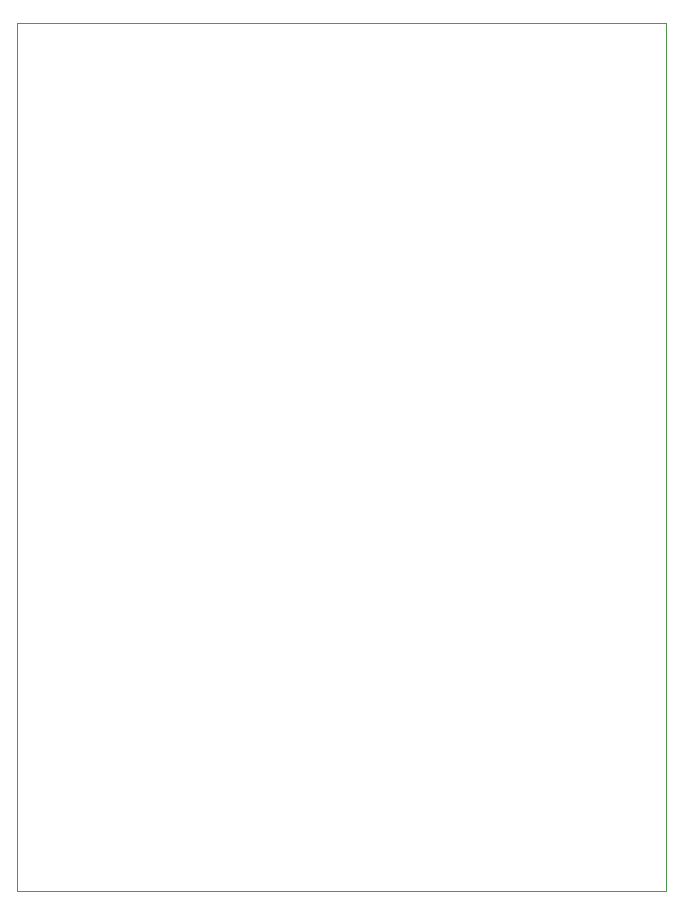
<source format=gbr>
G04 #@! TF.GenerationSoftware,KiCad,Pcbnew,(5.1.2)-2*
G04 #@! TF.CreationDate,2020-03-09T10:51:39+01:00*
G04 #@! TF.ProjectId,Extension_PCB,45787465-6e73-4696-9f6e-5f5043422e6b,rev?*
G04 #@! TF.SameCoordinates,Original*
G04 #@! TF.FileFunction,Profile,NP*
%FSLAX46Y46*%
G04 Gerber Fmt 4.6, Leading zero omitted, Abs format (unit mm)*
G04 Created by KiCad (PCBNEW (5.1.2)-2) date 2020-03-09 10:51:39*
%MOMM*%
%LPD*%
G04 APERTURE LIST*
%ADD10C,0.100000*%
G04 APERTURE END LIST*
D10*
X200000000Y-71500000D02*
X145000000Y-71500000D01*
X200000000Y-145000000D02*
X200000000Y-71500000D01*
X145000000Y-145000000D02*
X200000000Y-145000000D01*
X145000000Y-71500000D02*
X145000000Y-145000000D01*
M02*

</source>
